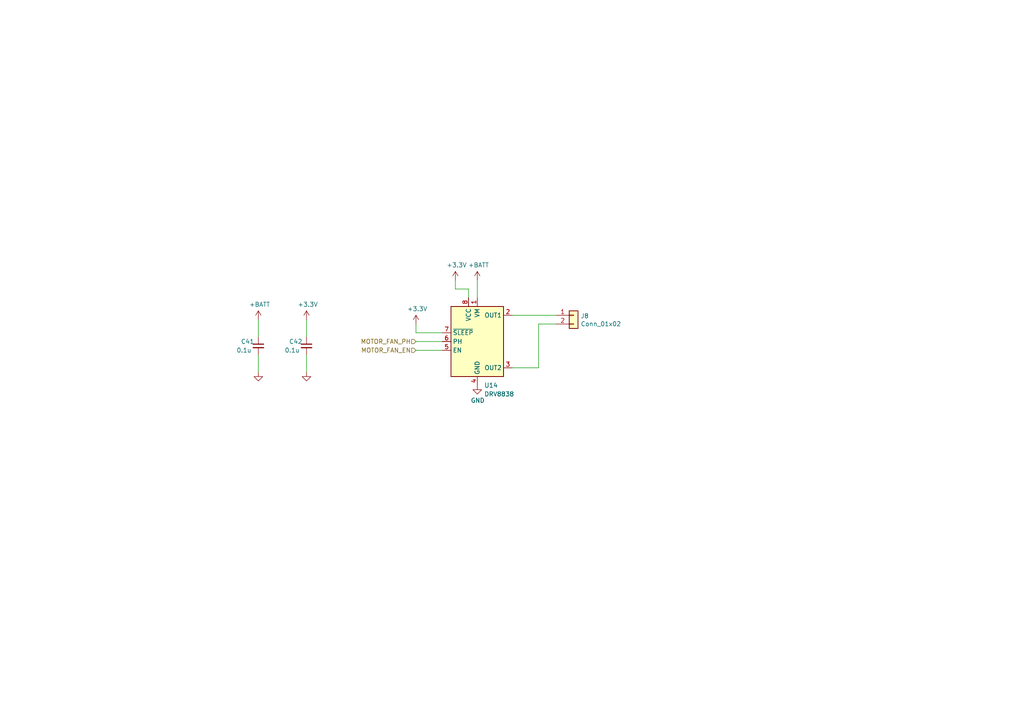
<source format=kicad_sch>
(kicad_sch (version 20231120) (generator "eeschema") (generator_version "8.0")
  (paper "A4")
  (lib_symbols
    (symbol "Connector_Generic:Conn_01x02" (pin_names (offset 1.016) hide)
      (property "Reference" "J" (at 0 2.54 0))
      (property "Value" "Conn_01x02" (at 0 -5.08 0))
      (symbol "Conn_01x02_1_1"
        (rectangle (start -1.27 -2.413) (end 0 -2.667) (stroke (width 0.1524)))
        (rectangle (start -1.27 0.127) (end 0 -0.127) (stroke (width 0.1524)))
        (rectangle (start -1.27 1.27) (end 1.27 -3.81) (stroke (width 0.254)) (fill (type background)))
        (pin passive line (at -5.08 0 0) (length 3.81) (name "Pin_1") (number "1"))
        (pin passive line (at -5.08 -2.54 0) (length 3.81) (name "Pin_2") (number "2"))
      )
    )
    (symbol "Device:C_Small" (pin_numbers hide) (pin_names (offset 0.254) hide)
      (property "Reference" "C" (at 0.254 1.778 0))
      (property "Value" "C_Small" (at 0.254 -2.032 0))
      (symbol "C_Small_0_1"
        (polyline (pts (xy -1.524 -0.508) (xy 1.524 -0.508)) (stroke (width 0.3302)))
        (polyline (pts (xy -1.524 0.508) (xy 1.524 0.508)) (stroke (width 0.3048)))
      )
      (symbol "C_Small_1_1"
        (pin passive line (at 0 2.54 270) (length 2.032) (name "~") (number "1"))
        (pin passive line (at 0 -2.54 90) (length 2.032) (name "~") (number "2"))
      )
    )
    (symbol "Driver_Motor:DRV8838"
      (property "Reference" "U" (at 6.35 11.43 0))
      (property "Value" "DRV8838" (at -10.16 11.43 0))
      (symbol "DRV8838_0_1"
        (rectangle (start -7.62 10.16) (end 7.62 -10.16) (stroke (width 0.254)) (fill (type background)))
      )
      (symbol "DRV8838_1_1"
        (pin power_in line (at 0 12.7 270) (length 2.54) (name "VM") (number "1"))
        (pin output line (at 10.16 7.62 180) (length 2.54) (name "OUT1") (number "2"))
        (pin output line (at 10.16 -7.62 180) (length 2.54) (name "OUT2") (number "3"))
        (pin power_in line (at 0 -12.7 90) (length 2.54) (name "GND") (number "4"))
        (pin input line (at -10.16 -2.54 0) (length 2.54) (name "EN") (number "5"))
        (pin input line (at -10.16 0 0) (length 2.54) (name "PH") (number "6"))
        (pin input line (at -10.16 2.54 0) (length 2.54) (name "~{SLEEP}") (number "7"))
        (pin power_in line (at -2.54 12.7 270) (length 2.54) (name "VCC") (number "8"))
        (pin passive line (at 0 -12.7 90) (length 2.54) hide (name "GND") (number "9"))
      )
    )
    (symbol "power:+3.3V" (power) (pin_names (offset 0))
      (property "Value" "+3.3V" (at 0 3.556 0))
      (symbol "+3.3V_0_1"
        (polyline (pts (xy -0.762 1.27) (xy 0 2.54)))
        (polyline (pts (xy 0 0) (xy 0 2.54)))
        (polyline (pts (xy 0 2.54) (xy 0.762 1.27)))
      )
      (symbol "+3.3V_1_1"
        (pin power_in line (at 0 0 90) (length 0) hide (name "+3.3V") (number "1"))
      )
    )
    (symbol "power:+BATT" (power) (pin_names (offset 0))
      (property "Value" "+BATT" (at 0 3.556 0))
      (symbol "+BATT_0_1"
        (polyline (pts (xy -0.762 1.27) (xy 0 2.54)))
        (polyline (pts (xy 0 0) (xy 0 2.54)))
        (polyline (pts (xy 0 2.54) (xy 0.762 1.27)))
      )
      (symbol "+BATT_1_1"
        (pin power_in line (at 0 0 90) (length 0) hide (name "+BATT") (number "1"))
      )
    )
    (symbol "power:GND" (power) (pin_names (offset 0))
      (property "Value" "GND" (at 0 -3.81 0))
      (symbol "GND_0_1"
        (polyline (pts (xy 0 0) (xy 0 -1.27) (xy 1.27 -1.27) (xy 0 -2.54) (xy -1.27 -1.27) (xy 0 -1.27)))
      )
      (symbol "GND_1_1"
        (pin power_in line (at 0 0 270) (length 0) hide (name "GND") (number "1"))
      )
    )
  )
  (wire (pts (xy 156.21 93.98) (xy 161.29 93.98)))
  (wire (pts (xy 148.59 91.44) (xy 161.29 91.44)))
  (wire (pts (xy 120.65 101.6) (xy 128.27 101.6)))
  (wire (pts (xy 120.65 93.98) (xy 120.65 96.52)))
  (wire (pts (xy 138.43 81.28) (xy 138.43 86.36)))
  (wire (pts (xy 120.65 99.06) (xy 128.27 99.06)))
  (wire (pts (xy 156.21 106.68) (xy 156.21 93.98)))
  (wire (pts (xy 120.65 96.52) (xy 128.27 96.52)))
  (wire (pts (xy 135.89 83.82) (xy 135.89 86.36)))
  (wire (pts (xy 132.08 81.28) (xy 132.08 83.82)))
  (wire (pts (xy 148.59 106.68) (xy 156.21 106.68)))
  (wire (pts (xy 88.9 102.87) (xy 88.9 107.95)))
  (wire (pts (xy 88.9 92.71) (xy 88.9 97.79)))
  (wire (pts (xy 74.93 92.71) (xy 74.93 97.79)))
  (wire (pts (xy 74.93 102.87) (xy 74.93 107.95)))
  (wire (pts (xy 132.08 83.82) (xy 135.89 83.82)))
  (hierarchical_label "MOTOR_FAN_PH" (shape input) (at 120.65 99.06 180))
  (hierarchical_label "MOTOR_FAN_EN" (shape input) (at 120.65 101.6 180))
  (symbol (lib_id "power:+BATT") (at 138.43 81.28 0) (unit 1)
    (property "Reference" "#PWR0153" (effects (hide yes)))
    (property "Value" "+BATT" (at 138.811 76.8858 0))
  )
  (symbol (lib_id "power:+3.3V") (at 132.08 81.28 0) (unit 1)
    (property "Reference" "#PWR0152" (effects (hide yes)))
    (property "Value" "+3.3V" (at 132.461 76.8858 0))
  )
  (symbol (lib_id "Device:C_Small") (at 74.93 100.33 0) (unit 1)
    (property "Reference" "C41" (at 69.85 99.06 0) (effects (justify left)))
    (property "Value" "0.1u" (at 68.58 101.6 0) (effects (justify left)))
    (property "Footprint" "Capacitor_SMD:C_0603_1608Metric" (effects (hide yes)))
  )
  (symbol (lib_id "power:+3.3V") (at 88.9 92.71 0) (unit 1)
    (property "Reference" "#PWR0149" (effects (hide yes)))
    (property "Value" "+3.3V" (at 89.281 88.3158 0))
  )
  (symbol (lib_id "power:GND") (at 138.43 111.76 0) (unit 1)
    (property "Reference" "#PWR0154" (effects (hide yes)))
    (property "Value" "GND" (at 138.557 116.1542 0))
  )
  (symbol (lib_id "power:+BATT") (at 74.93 92.71 0) (unit 1)
    (property "Reference" "#PWR0147" (effects (hide yes)))
    (property "Value" "+BATT" (at 75.311 88.3158 0))
  )
  (symbol (lib_id "power:+3.3V") (at 120.65 93.98 0) (unit 1)
    (property "Reference" "#PWR0151" (effects (hide yes)))
    (property "Value" "+3.3V" (at 121.031 89.5858 0))
  )
  (symbol (lib_id "Driver_Motor:DRV8838") (at 138.43 99.06 0) (unit 1)
    (property "Reference" "U14" (at 140.4494 111.76 0) (effects (justify left)))
    (property "Value" "DRV8838" (at 140.4494 114.3 0) (effects (justify left)))
    (property "Footprint" "Package_SON:WSON-8-1EP_2x2mm_P0.5mm_EP0.9x1.6mm" (effects (hide yes)))
    (property "Datasheet" "http://www.ti.com/lit/ds/symlink/drv8837.pdf" (effects (hide yes)))
  )
  (symbol (lib_id "power:GND") (at 88.9 107.95 0) (unit 1)
    (property "Reference" "#PWR0150" (effects (hide yes)))
    (property "Value" "GND" (effects (hide yes)))
  )
  (symbol (lib_id "Device:C_Small") (at 88.9 100.33 0) (unit 1)
    (property "Reference" "C42" (at 83.82 99.06 0) (effects (justify left)))
    (property "Value" "0.1u" (at 82.55 101.6 0) (effects (justify left)))
    (property "Footprint" "Capacitor_SMD:C_0201_0603Metric" (effects (hide yes)))
  )
  (symbol (lib_id "power:GND") (at 74.93 107.95 0) (unit 1)
    (property "Reference" "#PWR0148" (effects (hide yes)))
    (property "Value" "GND" (effects (hide yes)))
  )
  (symbol (lib_id "Connector_Generic:Conn_01x02") (at 166.37 91.44 0) (unit 1)
    (property "Reference" "J8" (at 168.402 91.6432 0) (effects (justify left)))
    (property "Value" "Conn_01x02" (at 168.402 93.9546 0) (effects (justify left)))
    (property "Footprint" "Connector_PinSocket_1.27mm:PinSocket_1x02_P1.27mm_Vertical" (effects (hide yes)))
  )
)
</source>
